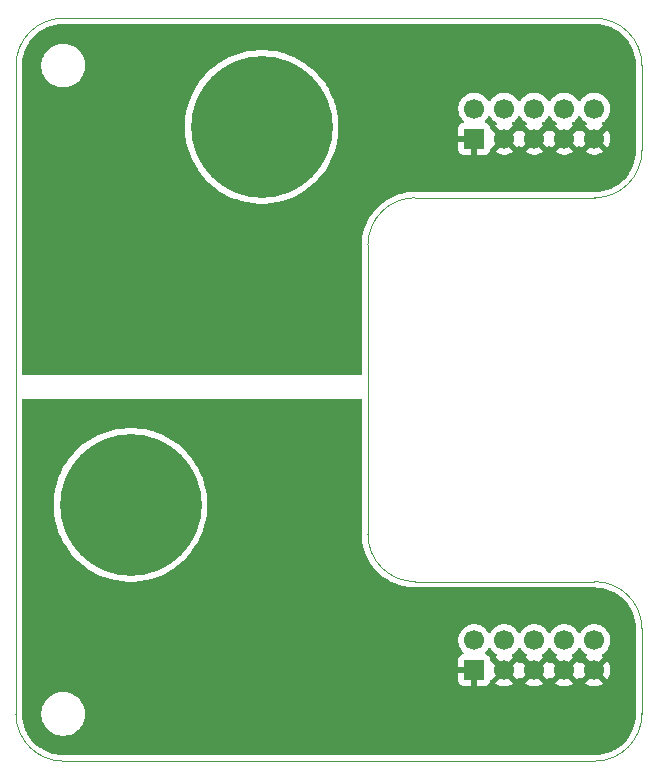
<source format=gbl>
G04 #@! TF.GenerationSoftware,KiCad,Pcbnew,9.0.3*
G04 #@! TF.CreationDate,2025-08-14T23:55:57-06:00*
G04 #@! TF.ProjectId,ProtoboardSourcePCB,50726f74-6f62-46f6-9172-64536f757263,rev?*
G04 #@! TF.SameCoordinates,Original*
G04 #@! TF.FileFunction,Copper,L2,Bot*
G04 #@! TF.FilePolarity,Positive*
%FSLAX46Y46*%
G04 Gerber Fmt 4.6, Leading zero omitted, Abs format (unit mm)*
G04 Created by KiCad (PCBNEW 9.0.3) date 2025-08-14 23:55:57*
%MOMM*%
%LPD*%
G01*
G04 APERTURE LIST*
G04 #@! TA.AperFunction,ComponentPad*
%ADD10C,12.000000*%
G04 #@! TD*
G04 #@! TA.AperFunction,ComponentPad*
%ADD11R,1.700000X1.700000*%
G04 #@! TD*
G04 #@! TA.AperFunction,ComponentPad*
%ADD12C,1.700000*%
G04 #@! TD*
G04 #@! TA.AperFunction,ViaPad*
%ADD13C,0.600000*%
G04 #@! TD*
G04 #@! TA.AperFunction,Profile*
%ADD14C,0.050000*%
G04 #@! TD*
G04 APERTURE END LIST*
D10*
X131000000Y-93500000D03*
X119900000Y-61000000D03*
D11*
X149000000Y-95000000D03*
D12*
X149000000Y-92460000D03*
X151540000Y-95000000D03*
X151540000Y-92460000D03*
X154080000Y-95000000D03*
X154080000Y-92460000D03*
X156620000Y-95000000D03*
X156620000Y-92460000D03*
X159160000Y-95000000D03*
X159160000Y-92460000D03*
D10*
X131000000Y-49000000D03*
D11*
X149000000Y-50000000D03*
D12*
X149000000Y-47460000D03*
X151540000Y-50000000D03*
X151540000Y-47460000D03*
X154080000Y-50000000D03*
X154080000Y-47460000D03*
X156620000Y-50000000D03*
X156620000Y-47460000D03*
X159160000Y-50000000D03*
X159160000Y-47460000D03*
D10*
X119900000Y-81000000D03*
D13*
X143000000Y-45337500D03*
X143000000Y-97400000D03*
G04 #@! TA.AperFunction,Conductor*
G36*
X150341444Y-93113999D02*
G01*
X150380486Y-93159056D01*
X150384951Y-93167820D01*
X150509890Y-93339786D01*
X150660213Y-93490109D01*
X150832179Y-93615048D01*
X150832181Y-93615049D01*
X150832184Y-93615051D01*
X150841493Y-93619794D01*
X150892290Y-93667766D01*
X150909087Y-93735587D01*
X150886552Y-93801722D01*
X150841505Y-93840760D01*
X150832446Y-93845376D01*
X150832440Y-93845380D01*
X150778282Y-93884727D01*
X150778282Y-93884728D01*
X151410591Y-94517037D01*
X151347007Y-94534075D01*
X151232993Y-94599901D01*
X151139901Y-94692993D01*
X151074075Y-94807007D01*
X151057037Y-94870591D01*
X150387642Y-94201196D01*
X150354157Y-94139873D01*
X150355077Y-94125166D01*
X150352501Y-94125444D01*
X150343596Y-94042619D01*
X150293354Y-93907913D01*
X150293350Y-93907906D01*
X150207190Y-93792812D01*
X150207187Y-93792809D01*
X150092093Y-93706649D01*
X150092088Y-93706646D01*
X149960528Y-93657577D01*
X149904595Y-93615705D01*
X149880178Y-93550241D01*
X149895030Y-93481968D01*
X149916175Y-93453720D01*
X150030104Y-93339792D01*
X150155051Y-93167816D01*
X150159514Y-93159054D01*
X150207488Y-93108259D01*
X150275308Y-93091463D01*
X150341444Y-93113999D01*
G37*
G04 #@! TD.AperFunction*
G04 #@! TA.AperFunction,Conductor*
G36*
X152881444Y-93113999D02*
G01*
X152920486Y-93159056D01*
X152924951Y-93167820D01*
X153049890Y-93339786D01*
X153200213Y-93490109D01*
X153372179Y-93615048D01*
X153372181Y-93615049D01*
X153372184Y-93615051D01*
X153381493Y-93619794D01*
X153432290Y-93667766D01*
X153449087Y-93735587D01*
X153426552Y-93801722D01*
X153381505Y-93840760D01*
X153372446Y-93845376D01*
X153372440Y-93845380D01*
X153318282Y-93884727D01*
X153318282Y-93884728D01*
X153950591Y-94517037D01*
X153887007Y-94534075D01*
X153772993Y-94599901D01*
X153679901Y-94692993D01*
X153614075Y-94807007D01*
X153597037Y-94870591D01*
X152964728Y-94238282D01*
X152964727Y-94238282D01*
X152925380Y-94292440D01*
X152920483Y-94302051D01*
X152872506Y-94352845D01*
X152804684Y-94369638D01*
X152738550Y-94347098D01*
X152699516Y-94302048D01*
X152694626Y-94292452D01*
X152655270Y-94238282D01*
X152655269Y-94238282D01*
X152022962Y-94870590D01*
X152005925Y-94807007D01*
X151940099Y-94692993D01*
X151847007Y-94599901D01*
X151732993Y-94534075D01*
X151669409Y-94517037D01*
X152301716Y-93884728D01*
X152247547Y-93845373D01*
X152247547Y-93845372D01*
X152238500Y-93840763D01*
X152187706Y-93792788D01*
X152170912Y-93724966D01*
X152193451Y-93658832D01*
X152238508Y-93619793D01*
X152247816Y-93615051D01*
X152337020Y-93550241D01*
X152419786Y-93490109D01*
X152419788Y-93490106D01*
X152419792Y-93490104D01*
X152570104Y-93339792D01*
X152570106Y-93339788D01*
X152570109Y-93339786D01*
X152695048Y-93167820D01*
X152695047Y-93167820D01*
X152695051Y-93167816D01*
X152699514Y-93159054D01*
X152747488Y-93108259D01*
X152815308Y-93091463D01*
X152881444Y-93113999D01*
G37*
G04 #@! TD.AperFunction*
G04 #@! TA.AperFunction,Conductor*
G36*
X155421444Y-93113999D02*
G01*
X155460486Y-93159056D01*
X155464951Y-93167820D01*
X155589890Y-93339786D01*
X155740213Y-93490109D01*
X155912179Y-93615048D01*
X155912181Y-93615049D01*
X155912184Y-93615051D01*
X155921493Y-93619794D01*
X155972290Y-93667766D01*
X155989087Y-93735587D01*
X155966552Y-93801722D01*
X155921505Y-93840760D01*
X155912446Y-93845376D01*
X155912440Y-93845380D01*
X155858282Y-93884727D01*
X155858282Y-93884728D01*
X156490591Y-94517037D01*
X156427007Y-94534075D01*
X156312993Y-94599901D01*
X156219901Y-94692993D01*
X156154075Y-94807007D01*
X156137037Y-94870591D01*
X155504728Y-94238282D01*
X155504727Y-94238282D01*
X155465380Y-94292440D01*
X155460483Y-94302051D01*
X155412506Y-94352845D01*
X155344684Y-94369638D01*
X155278550Y-94347098D01*
X155239516Y-94302048D01*
X155234626Y-94292452D01*
X155195270Y-94238282D01*
X155195269Y-94238282D01*
X154562962Y-94870590D01*
X154545925Y-94807007D01*
X154480099Y-94692993D01*
X154387007Y-94599901D01*
X154272993Y-94534075D01*
X154209409Y-94517037D01*
X154841716Y-93884728D01*
X154787547Y-93845373D01*
X154787547Y-93845372D01*
X154778500Y-93840763D01*
X154727706Y-93792788D01*
X154710912Y-93724966D01*
X154733451Y-93658832D01*
X154778508Y-93619793D01*
X154787816Y-93615051D01*
X154877020Y-93550241D01*
X154959786Y-93490109D01*
X154959788Y-93490106D01*
X154959792Y-93490104D01*
X155110104Y-93339792D01*
X155110106Y-93339788D01*
X155110109Y-93339786D01*
X155235048Y-93167820D01*
X155235047Y-93167820D01*
X155235051Y-93167816D01*
X155239514Y-93159054D01*
X155287488Y-93108259D01*
X155355308Y-93091463D01*
X155421444Y-93113999D01*
G37*
G04 #@! TD.AperFunction*
G04 #@! TA.AperFunction,Conductor*
G36*
X157961444Y-93113999D02*
G01*
X158000486Y-93159056D01*
X158004951Y-93167820D01*
X158129890Y-93339786D01*
X158280213Y-93490109D01*
X158452179Y-93615048D01*
X158452181Y-93615049D01*
X158452184Y-93615051D01*
X158461493Y-93619794D01*
X158512290Y-93667766D01*
X158529087Y-93735587D01*
X158506552Y-93801722D01*
X158461505Y-93840760D01*
X158452446Y-93845376D01*
X158452440Y-93845380D01*
X158398282Y-93884727D01*
X158398282Y-93884728D01*
X159030591Y-94517037D01*
X158967007Y-94534075D01*
X158852993Y-94599901D01*
X158759901Y-94692993D01*
X158694075Y-94807007D01*
X158677037Y-94870591D01*
X158044728Y-94238282D01*
X158044727Y-94238282D01*
X158005380Y-94292440D01*
X158000483Y-94302051D01*
X157952506Y-94352845D01*
X157884684Y-94369638D01*
X157818550Y-94347098D01*
X157779516Y-94302048D01*
X157774626Y-94292452D01*
X157735270Y-94238282D01*
X157735269Y-94238282D01*
X157102962Y-94870590D01*
X157085925Y-94807007D01*
X157020099Y-94692993D01*
X156927007Y-94599901D01*
X156812993Y-94534075D01*
X156749409Y-94517037D01*
X157381716Y-93884728D01*
X157327547Y-93845373D01*
X157327547Y-93845372D01*
X157318500Y-93840763D01*
X157267706Y-93792788D01*
X157250912Y-93724966D01*
X157273451Y-93658832D01*
X157318508Y-93619793D01*
X157327816Y-93615051D01*
X157417020Y-93550241D01*
X157499786Y-93490109D01*
X157499788Y-93490106D01*
X157499792Y-93490104D01*
X157650104Y-93339792D01*
X157650106Y-93339788D01*
X157650109Y-93339786D01*
X157775048Y-93167820D01*
X157775047Y-93167820D01*
X157775051Y-93167816D01*
X157779514Y-93159054D01*
X157827488Y-93108259D01*
X157895308Y-93091463D01*
X157961444Y-93113999D01*
G37*
G04 #@! TD.AperFunction*
G04 #@! TA.AperFunction,Conductor*
G36*
X139442539Y-72019685D02*
G01*
X139488294Y-72072489D01*
X139499500Y-72124000D01*
X139499500Y-83696500D01*
X139533751Y-84087995D01*
X139533751Y-84087999D01*
X139601991Y-84475005D01*
X139601993Y-84475015D01*
X139703707Y-84854616D01*
X139703708Y-84854618D01*
X139703708Y-84854619D01*
X139838124Y-85223921D01*
X140004195Y-85580062D01*
X140004207Y-85580086D01*
X140200695Y-85920412D01*
X140200704Y-85920427D01*
X140426115Y-86242347D01*
X140566069Y-86409137D01*
X140678722Y-86543391D01*
X140956609Y-86821278D01*
X140989424Y-86848813D01*
X141257652Y-87073884D01*
X141257658Y-87073888D01*
X141257659Y-87073889D01*
X141579579Y-87299300D01*
X141919920Y-87495796D01*
X141919934Y-87495802D01*
X141919937Y-87495804D01*
X142276078Y-87661875D01*
X142276083Y-87661876D01*
X142276092Y-87661881D01*
X142645384Y-87796293D01*
X143024985Y-87898007D01*
X143412007Y-87966249D01*
X143803502Y-88000499D01*
X143803503Y-88000500D01*
X143803504Y-88000500D01*
X143934108Y-88000500D01*
X159097894Y-88000500D01*
X159107490Y-88000500D01*
X159109239Y-88000956D01*
X159172604Y-88000504D01*
X159172973Y-88000505D01*
X159173040Y-88000524D01*
X159178141Y-88000613D01*
X159512186Y-88014645D01*
X159524290Y-88015751D01*
X159852309Y-88062028D01*
X159864232Y-88064312D01*
X160186148Y-88142520D01*
X160197800Y-88145965D01*
X160510480Y-88255344D01*
X160521739Y-88259913D01*
X160822213Y-88399422D01*
X160832964Y-88405071D01*
X161118300Y-88573350D01*
X161128465Y-88580038D01*
X161395937Y-88775479D01*
X161405376Y-88783114D01*
X161652396Y-89003822D01*
X161661062Y-89012365D01*
X161885259Y-89256223D01*
X161893042Y-89265571D01*
X162092259Y-89530232D01*
X162099088Y-89540295D01*
X162271404Y-89823209D01*
X162277216Y-89833900D01*
X162420965Y-90132324D01*
X162425702Y-90143533D01*
X162539511Y-90454624D01*
X162543126Y-90466243D01*
X162625898Y-90786996D01*
X162628356Y-90798914D01*
X162679287Y-91126215D01*
X162680566Y-91138317D01*
X162696968Y-91429896D01*
X162699304Y-91471413D01*
X162699500Y-91478377D01*
X162699500Y-98597897D01*
X162699499Y-98607489D01*
X162699044Y-98609239D01*
X162699494Y-98672465D01*
X162699494Y-98672975D01*
X162699474Y-98673042D01*
X162699385Y-98678169D01*
X162685354Y-99012178D01*
X162684247Y-99024296D01*
X162637973Y-99352295D01*
X162635684Y-99364247D01*
X162557481Y-99686139D01*
X162554031Y-99697809D01*
X162444658Y-100010472D01*
X162440082Y-100021747D01*
X162300582Y-100322202D01*
X162294922Y-100332974D01*
X162126649Y-100618300D01*
X162119960Y-100628466D01*
X161924529Y-100895926D01*
X161916876Y-100905387D01*
X161696177Y-101152396D01*
X161687634Y-101161062D01*
X161443776Y-101385259D01*
X161434425Y-101393045D01*
X161169774Y-101592255D01*
X161159704Y-101599088D01*
X160876790Y-101771404D01*
X160866099Y-101777216D01*
X160567675Y-101920965D01*
X160556466Y-101925702D01*
X160245375Y-102039511D01*
X160233756Y-102043126D01*
X159913003Y-102125898D01*
X159901085Y-102128356D01*
X159573784Y-102179287D01*
X159561682Y-102180566D01*
X159228585Y-102199303D01*
X159221621Y-102199499D01*
X114302098Y-102199499D01*
X114292505Y-102199498D01*
X114290761Y-102199044D01*
X114227533Y-102199494D01*
X114227025Y-102199494D01*
X114226958Y-102199474D01*
X114221829Y-102199385D01*
X113887821Y-102185354D01*
X113875703Y-102184247D01*
X113547704Y-102137973D01*
X113535752Y-102135684D01*
X113213860Y-102057481D01*
X113202190Y-102054031D01*
X112889527Y-101944658D01*
X112878252Y-101940082D01*
X112577797Y-101800582D01*
X112567025Y-101794922D01*
X112537002Y-101777216D01*
X112281699Y-101626649D01*
X112271533Y-101619960D01*
X112196390Y-101565053D01*
X112004064Y-101424522D01*
X111994621Y-101416883D01*
X111747600Y-101196174D01*
X111738937Y-101187634D01*
X111514735Y-100943770D01*
X111506954Y-100934425D01*
X111307736Y-100669763D01*
X111300918Y-100659715D01*
X111128595Y-100376790D01*
X111122783Y-100366099D01*
X111106827Y-100332974D01*
X110979030Y-100067667D01*
X110974297Y-100056466D01*
X110961595Y-100021747D01*
X110860488Y-99745375D01*
X110856873Y-99733756D01*
X110774101Y-99413003D01*
X110771643Y-99401085D01*
X110755307Y-99296104D01*
X110720710Y-99073765D01*
X110719434Y-99061700D01*
X110700696Y-98728585D01*
X110700500Y-98721621D01*
X110700500Y-98578711D01*
X112349500Y-98578711D01*
X112349500Y-98821288D01*
X112381161Y-99061785D01*
X112443947Y-99296104D01*
X112536773Y-99520205D01*
X112536776Y-99520212D01*
X112658064Y-99730289D01*
X112658066Y-99730292D01*
X112658067Y-99730293D01*
X112805733Y-99922736D01*
X112805739Y-99922743D01*
X112977256Y-100094260D01*
X112977262Y-100094265D01*
X113169711Y-100241936D01*
X113379788Y-100363224D01*
X113603900Y-100456054D01*
X113838211Y-100518838D01*
X114018586Y-100542584D01*
X114078711Y-100550500D01*
X114078712Y-100550500D01*
X114321289Y-100550500D01*
X114369388Y-100544167D01*
X114561789Y-100518838D01*
X114796100Y-100456054D01*
X115020212Y-100363224D01*
X115230289Y-100241936D01*
X115422738Y-100094265D01*
X115594265Y-99922738D01*
X115741936Y-99730289D01*
X115863224Y-99520212D01*
X115956054Y-99296100D01*
X116018838Y-99061789D01*
X116050500Y-98821288D01*
X116050500Y-98578712D01*
X116018838Y-98338211D01*
X115956054Y-98103900D01*
X115863224Y-97879788D01*
X115741936Y-97669711D01*
X115594265Y-97477262D01*
X115594260Y-97477256D01*
X115422743Y-97305739D01*
X115422736Y-97305733D01*
X115230293Y-97158067D01*
X115230292Y-97158066D01*
X115230289Y-97158064D01*
X115020212Y-97036776D01*
X115020205Y-97036773D01*
X114796104Y-96943947D01*
X114561785Y-96881161D01*
X114321289Y-96849500D01*
X114321288Y-96849500D01*
X114078712Y-96849500D01*
X114078711Y-96849500D01*
X113838214Y-96881161D01*
X113603895Y-96943947D01*
X113379794Y-97036773D01*
X113379785Y-97036777D01*
X113169706Y-97158067D01*
X112977263Y-97305733D01*
X112977256Y-97305739D01*
X112805739Y-97477256D01*
X112805733Y-97477263D01*
X112658067Y-97669706D01*
X112536777Y-97879785D01*
X112536773Y-97879794D01*
X112443947Y-98103895D01*
X112381161Y-98338214D01*
X112349500Y-98578711D01*
X110700500Y-98578711D01*
X110700500Y-92353713D01*
X147649500Y-92353713D01*
X147649500Y-92566286D01*
X147682753Y-92776239D01*
X147748444Y-92978414D01*
X147844951Y-93167820D01*
X147969890Y-93339786D01*
X148083818Y-93453714D01*
X148117303Y-93515037D01*
X148112319Y-93584729D01*
X148070447Y-93640662D01*
X148039471Y-93657577D01*
X147907912Y-93706646D01*
X147907906Y-93706649D01*
X147792812Y-93792809D01*
X147792809Y-93792812D01*
X147706649Y-93907906D01*
X147706645Y-93907913D01*
X147656403Y-94042620D01*
X147656401Y-94042627D01*
X147650000Y-94102155D01*
X147650000Y-94750000D01*
X148566988Y-94750000D01*
X148534075Y-94807007D01*
X148500000Y-94934174D01*
X148500000Y-95065826D01*
X148534075Y-95192993D01*
X148566988Y-95250000D01*
X147650000Y-95250000D01*
X147650000Y-95897844D01*
X147656401Y-95957372D01*
X147656403Y-95957379D01*
X147706645Y-96092086D01*
X147706649Y-96092093D01*
X147792809Y-96207187D01*
X147792812Y-96207190D01*
X147907906Y-96293350D01*
X147907913Y-96293354D01*
X148042620Y-96343596D01*
X148042627Y-96343598D01*
X148102155Y-96349999D01*
X148102172Y-96350000D01*
X148750000Y-96350000D01*
X148750000Y-95433012D01*
X148807007Y-95465925D01*
X148934174Y-95500000D01*
X149065826Y-95500000D01*
X149192993Y-95465925D01*
X149250000Y-95433012D01*
X149250000Y-96350000D01*
X149897828Y-96350000D01*
X149897844Y-96349999D01*
X149957372Y-96343598D01*
X149957379Y-96343596D01*
X150092086Y-96293354D01*
X150092093Y-96293350D01*
X150207187Y-96207190D01*
X150207190Y-96207187D01*
X150293350Y-96092093D01*
X150293354Y-96092086D01*
X150315529Y-96032632D01*
X150354319Y-95859390D01*
X150354682Y-95858734D01*
X150354642Y-95857984D01*
X150387642Y-95798802D01*
X151057037Y-95129408D01*
X151074075Y-95192993D01*
X151139901Y-95307007D01*
X151232993Y-95400099D01*
X151347007Y-95465925D01*
X151410590Y-95482962D01*
X150778282Y-96115269D01*
X150778282Y-96115270D01*
X150832449Y-96154624D01*
X151021782Y-96251095D01*
X151223870Y-96316757D01*
X151433754Y-96350000D01*
X151646246Y-96350000D01*
X151856127Y-96316757D01*
X151856130Y-96316757D01*
X152058217Y-96251095D01*
X152247554Y-96154622D01*
X152301716Y-96115270D01*
X152301717Y-96115270D01*
X151669408Y-95482962D01*
X151732993Y-95465925D01*
X151847007Y-95400099D01*
X151940099Y-95307007D01*
X152005925Y-95192993D01*
X152022962Y-95129408D01*
X152655270Y-95761717D01*
X152655270Y-95761716D01*
X152694622Y-95707554D01*
X152699514Y-95697954D01*
X152747488Y-95647157D01*
X152815308Y-95630361D01*
X152881444Y-95652897D01*
X152920486Y-95697954D01*
X152925375Y-95707550D01*
X152964728Y-95761716D01*
X153597037Y-95129408D01*
X153614075Y-95192993D01*
X153679901Y-95307007D01*
X153772993Y-95400099D01*
X153887007Y-95465925D01*
X153950590Y-95482962D01*
X153318282Y-96115269D01*
X153318282Y-96115270D01*
X153372449Y-96154624D01*
X153561782Y-96251095D01*
X153763870Y-96316757D01*
X153973754Y-96350000D01*
X154186246Y-96350000D01*
X154396127Y-96316757D01*
X154396130Y-96316757D01*
X154598217Y-96251095D01*
X154787554Y-96154622D01*
X154841716Y-96115270D01*
X154841717Y-96115270D01*
X154209408Y-95482962D01*
X154272993Y-95465925D01*
X154387007Y-95400099D01*
X154480099Y-95307007D01*
X154545925Y-95192993D01*
X154562962Y-95129409D01*
X155195270Y-95761717D01*
X155195270Y-95761716D01*
X155234622Y-95707554D01*
X155239514Y-95697954D01*
X155287488Y-95647157D01*
X155355308Y-95630361D01*
X155421444Y-95652897D01*
X155460486Y-95697954D01*
X155465375Y-95707550D01*
X155504728Y-95761716D01*
X156137037Y-95129408D01*
X156154075Y-95192993D01*
X156219901Y-95307007D01*
X156312993Y-95400099D01*
X156427007Y-95465925D01*
X156490590Y-95482962D01*
X155858282Y-96115269D01*
X155858282Y-96115270D01*
X155912449Y-96154624D01*
X156101782Y-96251095D01*
X156303870Y-96316757D01*
X156513754Y-96350000D01*
X156726246Y-96350000D01*
X156936127Y-96316757D01*
X156936130Y-96316757D01*
X157138217Y-96251095D01*
X157327554Y-96154622D01*
X157381716Y-96115270D01*
X157381717Y-96115270D01*
X156749408Y-95482962D01*
X156812993Y-95465925D01*
X156927007Y-95400099D01*
X157020099Y-95307007D01*
X157085925Y-95192993D01*
X157102962Y-95129408D01*
X157735270Y-95761717D01*
X157735270Y-95761716D01*
X157774622Y-95707554D01*
X157779514Y-95697954D01*
X157827488Y-95647157D01*
X157895308Y-95630361D01*
X157961444Y-95652897D01*
X158000486Y-95697954D01*
X158005375Y-95707550D01*
X158044728Y-95761716D01*
X158677037Y-95129408D01*
X158694075Y-95192993D01*
X158759901Y-95307007D01*
X158852993Y-95400099D01*
X158967007Y-95465925D01*
X159030590Y-95482962D01*
X158398282Y-96115269D01*
X158398282Y-96115270D01*
X158452449Y-96154624D01*
X158641782Y-96251095D01*
X158843870Y-96316757D01*
X159053754Y-96350000D01*
X159266246Y-96350000D01*
X159476127Y-96316757D01*
X159476130Y-96316757D01*
X159678217Y-96251095D01*
X159867554Y-96154622D01*
X159921716Y-96115270D01*
X159921717Y-96115270D01*
X159289408Y-95482962D01*
X159352993Y-95465925D01*
X159467007Y-95400099D01*
X159560099Y-95307007D01*
X159625925Y-95192993D01*
X159642962Y-95129408D01*
X160275270Y-95761717D01*
X160275270Y-95761716D01*
X160314622Y-95707554D01*
X160411095Y-95518217D01*
X160476757Y-95316130D01*
X160476757Y-95316127D01*
X160510000Y-95106246D01*
X160510000Y-94893753D01*
X160476757Y-94683872D01*
X160476757Y-94683869D01*
X160411095Y-94481782D01*
X160314624Y-94292449D01*
X160275270Y-94238282D01*
X160275269Y-94238282D01*
X159642962Y-94870590D01*
X159625925Y-94807007D01*
X159560099Y-94692993D01*
X159467007Y-94599901D01*
X159352993Y-94534075D01*
X159289409Y-94517037D01*
X159921716Y-93884728D01*
X159867547Y-93845373D01*
X159867547Y-93845372D01*
X159858500Y-93840763D01*
X159807706Y-93792788D01*
X159790912Y-93724966D01*
X159813451Y-93658832D01*
X159858508Y-93619793D01*
X159867816Y-93615051D01*
X159957020Y-93550241D01*
X160039786Y-93490109D01*
X160039788Y-93490106D01*
X160039792Y-93490104D01*
X160190104Y-93339792D01*
X160190106Y-93339788D01*
X160190109Y-93339786D01*
X160315048Y-93167820D01*
X160315047Y-93167820D01*
X160315051Y-93167816D01*
X160411557Y-92978412D01*
X160477246Y-92776243D01*
X160510500Y-92566287D01*
X160510500Y-92353713D01*
X160477246Y-92143757D01*
X160411557Y-91941588D01*
X160315051Y-91752184D01*
X160315049Y-91752181D01*
X160315048Y-91752179D01*
X160190109Y-91580213D01*
X160039786Y-91429890D01*
X159867820Y-91304951D01*
X159678414Y-91208444D01*
X159678413Y-91208443D01*
X159678412Y-91208443D01*
X159476243Y-91142754D01*
X159476241Y-91142753D01*
X159476240Y-91142753D01*
X159314957Y-91117208D01*
X159266287Y-91109500D01*
X159053713Y-91109500D01*
X159005042Y-91117208D01*
X158843760Y-91142753D01*
X158641585Y-91208444D01*
X158452179Y-91304951D01*
X158280213Y-91429890D01*
X158129890Y-91580213D01*
X158004949Y-91752182D01*
X158000484Y-91760946D01*
X157952509Y-91811742D01*
X157884688Y-91828536D01*
X157818553Y-91805998D01*
X157779516Y-91760946D01*
X157775050Y-91752182D01*
X157650109Y-91580213D01*
X157499786Y-91429890D01*
X157327820Y-91304951D01*
X157138414Y-91208444D01*
X157138413Y-91208443D01*
X157138412Y-91208443D01*
X156936243Y-91142754D01*
X156936241Y-91142753D01*
X156936240Y-91142753D01*
X156774957Y-91117208D01*
X156726287Y-91109500D01*
X156513713Y-91109500D01*
X156465042Y-91117208D01*
X156303760Y-91142753D01*
X156101585Y-91208444D01*
X155912179Y-91304951D01*
X155740213Y-91429890D01*
X155589890Y-91580213D01*
X155464949Y-91752182D01*
X155460484Y-91760946D01*
X155412509Y-91811742D01*
X155344688Y-91828536D01*
X155278553Y-91805998D01*
X155239516Y-91760946D01*
X155235050Y-91752182D01*
X155110109Y-91580213D01*
X154959786Y-91429890D01*
X154787820Y-91304951D01*
X154598414Y-91208444D01*
X154598413Y-91208443D01*
X154598412Y-91208443D01*
X154396243Y-91142754D01*
X154396241Y-91142753D01*
X154396240Y-91142753D01*
X154234957Y-91117208D01*
X154186287Y-91109500D01*
X153973713Y-91109500D01*
X153925042Y-91117208D01*
X153763760Y-91142753D01*
X153561585Y-91208444D01*
X153372179Y-91304951D01*
X153200213Y-91429890D01*
X153049890Y-91580213D01*
X152924949Y-91752182D01*
X152920484Y-91760946D01*
X152872509Y-91811742D01*
X152804688Y-91828536D01*
X152738553Y-91805998D01*
X152699516Y-91760946D01*
X152695050Y-91752182D01*
X152570109Y-91580213D01*
X152419786Y-91429890D01*
X152247820Y-91304951D01*
X152058414Y-91208444D01*
X152058413Y-91208443D01*
X152058412Y-91208443D01*
X151856243Y-91142754D01*
X151856241Y-91142753D01*
X151856240Y-91142753D01*
X151694957Y-91117208D01*
X151646287Y-91109500D01*
X151433713Y-91109500D01*
X151385042Y-91117208D01*
X151223760Y-91142753D01*
X151021585Y-91208444D01*
X150832179Y-91304951D01*
X150660213Y-91429890D01*
X150509890Y-91580213D01*
X150384949Y-91752182D01*
X150380484Y-91760946D01*
X150332509Y-91811742D01*
X150264688Y-91828536D01*
X150198553Y-91805998D01*
X150159516Y-91760946D01*
X150155050Y-91752182D01*
X150030109Y-91580213D01*
X149879786Y-91429890D01*
X149707820Y-91304951D01*
X149518414Y-91208444D01*
X149518413Y-91208443D01*
X149518412Y-91208443D01*
X149316243Y-91142754D01*
X149316241Y-91142753D01*
X149316240Y-91142753D01*
X149154957Y-91117208D01*
X149106287Y-91109500D01*
X148893713Y-91109500D01*
X148845042Y-91117208D01*
X148683760Y-91142753D01*
X148481585Y-91208444D01*
X148292179Y-91304951D01*
X148120213Y-91429890D01*
X147969890Y-91580213D01*
X147844951Y-91752179D01*
X147748444Y-91941585D01*
X147682753Y-92143760D01*
X147649500Y-92353713D01*
X110700500Y-92353713D01*
X110700500Y-80744595D01*
X113399500Y-80744595D01*
X113399500Y-81255405D01*
X113439577Y-81764641D01*
X113519486Y-82269163D01*
X113638732Y-82765860D01*
X113638736Y-82765871D01*
X113796578Y-83251664D01*
X113872149Y-83434108D01*
X113992060Y-83723598D01*
X114223963Y-84178733D01*
X114223968Y-84178741D01*
X114223970Y-84178745D01*
X114223973Y-84178752D01*
X114490855Y-84614261D01*
X114490862Y-84614272D01*
X114791102Y-85027518D01*
X114791112Y-85027532D01*
X114895414Y-85149653D01*
X115122853Y-85415949D01*
X115484051Y-85777147D01*
X115484057Y-85777152D01*
X115872467Y-86108887D01*
X115872474Y-86108892D01*
X116285729Y-86409139D01*
X116412417Y-86486773D01*
X116721247Y-86676026D01*
X116721253Y-86676028D01*
X116721267Y-86676037D01*
X117176402Y-86907940D01*
X117628191Y-87095077D01*
X117648335Y-87103421D01*
X117771859Y-87143556D01*
X118134140Y-87261268D01*
X118630837Y-87380514D01*
X119135359Y-87460423D01*
X119644595Y-87500500D01*
X119644603Y-87500500D01*
X120155397Y-87500500D01*
X120155405Y-87500500D01*
X120664641Y-87460423D01*
X121169163Y-87380514D01*
X121665860Y-87261268D01*
X122151670Y-87103419D01*
X122623598Y-86907940D01*
X123078733Y-86676037D01*
X123078748Y-86676027D01*
X123078752Y-86676026D01*
X123295188Y-86543393D01*
X123514271Y-86409139D01*
X123927526Y-86108892D01*
X124315949Y-85777147D01*
X124677147Y-85415949D01*
X125008892Y-85027526D01*
X125309139Y-84614271D01*
X125479108Y-84336905D01*
X125576026Y-84178752D01*
X125576027Y-84178748D01*
X125576037Y-84178733D01*
X125807940Y-83723598D01*
X126003419Y-83251670D01*
X126161268Y-82765860D01*
X126280514Y-82269163D01*
X126360423Y-81764641D01*
X126400500Y-81255405D01*
X126400500Y-80744595D01*
X126360423Y-80235359D01*
X126280514Y-79730837D01*
X126161268Y-79234140D01*
X126003419Y-78748330D01*
X125807940Y-78276402D01*
X125576037Y-77821267D01*
X125576028Y-77821253D01*
X125576026Y-77821247D01*
X125386773Y-77512417D01*
X125309139Y-77385729D01*
X125008892Y-76972474D01*
X125008887Y-76972467D01*
X124677152Y-76584057D01*
X124677147Y-76584051D01*
X124315949Y-76222853D01*
X124315942Y-76222847D01*
X123927532Y-75891112D01*
X123927518Y-75891102D01*
X123514272Y-75590862D01*
X123514271Y-75590861D01*
X123482786Y-75571567D01*
X123078752Y-75323973D01*
X123078745Y-75323970D01*
X123078741Y-75323968D01*
X123078733Y-75323963D01*
X122623598Y-75092060D01*
X122472398Y-75029431D01*
X122151664Y-74896578D01*
X121806007Y-74784268D01*
X121665860Y-74738732D01*
X121169163Y-74619486D01*
X120664641Y-74539577D01*
X120155410Y-74499500D01*
X120155405Y-74499500D01*
X119644595Y-74499500D01*
X119644589Y-74499500D01*
X119135358Y-74539577D01*
X119135357Y-74539577D01*
X118630842Y-74619485D01*
X118630839Y-74619485D01*
X118630837Y-74619486D01*
X118452958Y-74662190D01*
X118134151Y-74738729D01*
X118134145Y-74738730D01*
X118134140Y-74738732D01*
X118134128Y-74738736D01*
X117648335Y-74896578D01*
X117176404Y-75092059D01*
X117176402Y-75092060D01*
X116721267Y-75323963D01*
X116721263Y-75323965D01*
X116721254Y-75323970D01*
X116721247Y-75323973D01*
X116285738Y-75590855D01*
X116285727Y-75590862D01*
X115872481Y-75891102D01*
X115872467Y-75891112D01*
X115484057Y-76222847D01*
X115484043Y-76222860D01*
X115122860Y-76584043D01*
X115122847Y-76584057D01*
X114791112Y-76972467D01*
X114791102Y-76972481D01*
X114490862Y-77385727D01*
X114490855Y-77385738D01*
X114223973Y-77821247D01*
X114223970Y-77821254D01*
X113992059Y-78276404D01*
X113796578Y-78748335D01*
X113649530Y-79200904D01*
X113638732Y-79234140D01*
X113519486Y-79730837D01*
X113439577Y-80235359D01*
X113399500Y-80744595D01*
X110700500Y-80744595D01*
X110700500Y-72124000D01*
X110720185Y-72056961D01*
X110772989Y-72011206D01*
X110824500Y-72000000D01*
X139375500Y-72000000D01*
X139442539Y-72019685D01*
G37*
G04 #@! TD.AperFunction*
G04 #@! TA.AperFunction,Conductor*
G36*
X150341444Y-48113999D02*
G01*
X150380486Y-48159056D01*
X150384951Y-48167820D01*
X150509890Y-48339786D01*
X150660213Y-48490109D01*
X150832179Y-48615048D01*
X150832181Y-48615049D01*
X150832184Y-48615051D01*
X150841493Y-48619794D01*
X150892290Y-48667766D01*
X150909087Y-48735587D01*
X150886552Y-48801722D01*
X150841505Y-48840760D01*
X150832446Y-48845376D01*
X150832440Y-48845380D01*
X150778282Y-48884727D01*
X150778282Y-48884728D01*
X151410591Y-49517037D01*
X151347007Y-49534075D01*
X151232993Y-49599901D01*
X151139901Y-49692993D01*
X151074075Y-49807007D01*
X151057037Y-49870591D01*
X150387642Y-49201196D01*
X150354157Y-49139873D01*
X150355077Y-49125166D01*
X150352501Y-49125444D01*
X150343596Y-49042619D01*
X150293354Y-48907913D01*
X150293350Y-48907906D01*
X150207190Y-48792812D01*
X150207187Y-48792809D01*
X150092093Y-48706649D01*
X150092088Y-48706646D01*
X149960528Y-48657577D01*
X149904595Y-48615705D01*
X149880178Y-48550241D01*
X149895030Y-48481968D01*
X149916175Y-48453720D01*
X150030104Y-48339792D01*
X150155051Y-48167816D01*
X150159514Y-48159054D01*
X150207488Y-48108259D01*
X150275308Y-48091463D01*
X150341444Y-48113999D01*
G37*
G04 #@! TD.AperFunction*
G04 #@! TA.AperFunction,Conductor*
G36*
X152881444Y-48113999D02*
G01*
X152920486Y-48159056D01*
X152924951Y-48167820D01*
X153049890Y-48339786D01*
X153200213Y-48490109D01*
X153372179Y-48615048D01*
X153372181Y-48615049D01*
X153372184Y-48615051D01*
X153381493Y-48619794D01*
X153432290Y-48667766D01*
X153449087Y-48735587D01*
X153426552Y-48801722D01*
X153381505Y-48840760D01*
X153372446Y-48845376D01*
X153372440Y-48845380D01*
X153318282Y-48884727D01*
X153318282Y-48884728D01*
X153950591Y-49517037D01*
X153887007Y-49534075D01*
X153772993Y-49599901D01*
X153679901Y-49692993D01*
X153614075Y-49807007D01*
X153597037Y-49870591D01*
X152964728Y-49238282D01*
X152964727Y-49238282D01*
X152925380Y-49292440D01*
X152920483Y-49302051D01*
X152872506Y-49352845D01*
X152804684Y-49369638D01*
X152738550Y-49347098D01*
X152699516Y-49302048D01*
X152694626Y-49292452D01*
X152655270Y-49238282D01*
X152655269Y-49238282D01*
X152022962Y-49870590D01*
X152005925Y-49807007D01*
X151940099Y-49692993D01*
X151847007Y-49599901D01*
X151732993Y-49534075D01*
X151669409Y-49517037D01*
X152301716Y-48884728D01*
X152247547Y-48845373D01*
X152247547Y-48845372D01*
X152238500Y-48840763D01*
X152187706Y-48792788D01*
X152170912Y-48724966D01*
X152193451Y-48658832D01*
X152238508Y-48619793D01*
X152247816Y-48615051D01*
X152337020Y-48550241D01*
X152419786Y-48490109D01*
X152419788Y-48490106D01*
X152419792Y-48490104D01*
X152570104Y-48339792D01*
X152570106Y-48339788D01*
X152570109Y-48339786D01*
X152695048Y-48167820D01*
X152695047Y-48167820D01*
X152695051Y-48167816D01*
X152699514Y-48159054D01*
X152747488Y-48108259D01*
X152815308Y-48091463D01*
X152881444Y-48113999D01*
G37*
G04 #@! TD.AperFunction*
G04 #@! TA.AperFunction,Conductor*
G36*
X155421444Y-48113999D02*
G01*
X155460486Y-48159056D01*
X155464951Y-48167820D01*
X155589890Y-48339786D01*
X155740213Y-48490109D01*
X155912179Y-48615048D01*
X155912181Y-48615049D01*
X155912184Y-48615051D01*
X155921493Y-48619794D01*
X155972290Y-48667766D01*
X155989087Y-48735587D01*
X155966552Y-48801722D01*
X155921505Y-48840760D01*
X155912446Y-48845376D01*
X155912440Y-48845380D01*
X155858282Y-48884727D01*
X155858282Y-48884728D01*
X156490591Y-49517037D01*
X156427007Y-49534075D01*
X156312993Y-49599901D01*
X156219901Y-49692993D01*
X156154075Y-49807007D01*
X156137037Y-49870591D01*
X155504728Y-49238282D01*
X155504727Y-49238282D01*
X155465380Y-49292440D01*
X155460483Y-49302051D01*
X155412506Y-49352845D01*
X155344684Y-49369638D01*
X155278550Y-49347098D01*
X155239516Y-49302048D01*
X155234626Y-49292452D01*
X155195270Y-49238282D01*
X155195269Y-49238282D01*
X154562962Y-49870590D01*
X154545925Y-49807007D01*
X154480099Y-49692993D01*
X154387007Y-49599901D01*
X154272993Y-49534075D01*
X154209409Y-49517037D01*
X154841716Y-48884728D01*
X154787547Y-48845373D01*
X154787547Y-48845372D01*
X154778500Y-48840763D01*
X154727706Y-48792788D01*
X154710912Y-48724966D01*
X154733451Y-48658832D01*
X154778508Y-48619793D01*
X154787816Y-48615051D01*
X154877020Y-48550241D01*
X154959786Y-48490109D01*
X154959788Y-48490106D01*
X154959792Y-48490104D01*
X155110104Y-48339792D01*
X155110106Y-48339788D01*
X155110109Y-48339786D01*
X155235048Y-48167820D01*
X155235047Y-48167820D01*
X155235051Y-48167816D01*
X155239514Y-48159054D01*
X155287488Y-48108259D01*
X155355308Y-48091463D01*
X155421444Y-48113999D01*
G37*
G04 #@! TD.AperFunction*
G04 #@! TA.AperFunction,Conductor*
G36*
X157961444Y-48113999D02*
G01*
X158000486Y-48159056D01*
X158004951Y-48167820D01*
X158129890Y-48339786D01*
X158280213Y-48490109D01*
X158452179Y-48615048D01*
X158452181Y-48615049D01*
X158452184Y-48615051D01*
X158461493Y-48619794D01*
X158512290Y-48667766D01*
X158529087Y-48735587D01*
X158506552Y-48801722D01*
X158461505Y-48840760D01*
X158452446Y-48845376D01*
X158452440Y-48845380D01*
X158398282Y-48884727D01*
X158398282Y-48884728D01*
X159030591Y-49517037D01*
X158967007Y-49534075D01*
X158852993Y-49599901D01*
X158759901Y-49692993D01*
X158694075Y-49807007D01*
X158677037Y-49870591D01*
X158044728Y-49238282D01*
X158044727Y-49238282D01*
X158005380Y-49292440D01*
X158000483Y-49302051D01*
X157952506Y-49352845D01*
X157884684Y-49369638D01*
X157818550Y-49347098D01*
X157779516Y-49302048D01*
X157774626Y-49292452D01*
X157735270Y-49238282D01*
X157735269Y-49238282D01*
X157102962Y-49870590D01*
X157085925Y-49807007D01*
X157020099Y-49692993D01*
X156927007Y-49599901D01*
X156812993Y-49534075D01*
X156749409Y-49517037D01*
X157381716Y-48884728D01*
X157327547Y-48845373D01*
X157327547Y-48845372D01*
X157318500Y-48840763D01*
X157267706Y-48792788D01*
X157250912Y-48724966D01*
X157273451Y-48658832D01*
X157318508Y-48619793D01*
X157327816Y-48615051D01*
X157417020Y-48550241D01*
X157499786Y-48490109D01*
X157499788Y-48490106D01*
X157499792Y-48490104D01*
X157650104Y-48339792D01*
X157650106Y-48339788D01*
X157650109Y-48339786D01*
X157775048Y-48167820D01*
X157775047Y-48167820D01*
X157775051Y-48167816D01*
X157779514Y-48159054D01*
X157827488Y-48108259D01*
X157895308Y-48091463D01*
X157961444Y-48113999D01*
G37*
G04 #@! TD.AperFunction*
G04 #@! TA.AperFunction,Conductor*
G36*
X159203032Y-40300648D02*
G01*
X159536929Y-40317052D01*
X159549037Y-40318245D01*
X159652146Y-40333539D01*
X159876699Y-40366849D01*
X159888617Y-40369219D01*
X160209951Y-40449709D01*
X160221588Y-40453240D01*
X160292806Y-40478722D01*
X160533467Y-40564832D01*
X160544688Y-40569479D01*
X160844163Y-40711120D01*
X160854871Y-40716844D01*
X161138988Y-40887137D01*
X161149106Y-40893897D01*
X161415170Y-41091224D01*
X161424576Y-41098944D01*
X161670013Y-41321395D01*
X161678604Y-41329986D01*
X161865755Y-41536475D01*
X161901055Y-41575423D01*
X161908775Y-41584829D01*
X162106102Y-41850893D01*
X162112862Y-41861011D01*
X162278149Y-42136777D01*
X162283148Y-42145116D01*
X162288883Y-42155844D01*
X162337229Y-42258064D01*
X162430514Y-42455297D01*
X162435170Y-42466540D01*
X162546759Y-42778411D01*
X162550292Y-42790055D01*
X162630777Y-43111369D01*
X162633151Y-43123305D01*
X162681754Y-43450962D01*
X162682947Y-43463071D01*
X162699351Y-43796966D01*
X162699500Y-43803051D01*
X162699500Y-50996948D01*
X162699351Y-51003033D01*
X162682947Y-51336928D01*
X162681754Y-51349037D01*
X162633151Y-51676694D01*
X162630777Y-51688630D01*
X162550292Y-52009944D01*
X162546759Y-52021588D01*
X162435170Y-52333459D01*
X162430514Y-52344702D01*
X162288885Y-52644151D01*
X162283148Y-52654883D01*
X162112862Y-52938988D01*
X162106102Y-52949106D01*
X161908775Y-53215170D01*
X161901055Y-53224576D01*
X161678611Y-53470006D01*
X161670006Y-53478611D01*
X161424576Y-53701055D01*
X161415170Y-53708775D01*
X161149106Y-53906102D01*
X161138988Y-53912862D01*
X160854883Y-54083148D01*
X160844151Y-54088885D01*
X160544702Y-54230514D01*
X160533459Y-54235170D01*
X160221588Y-54346759D01*
X160209944Y-54350292D01*
X159888630Y-54430777D01*
X159876694Y-54433151D01*
X159549037Y-54481754D01*
X159536928Y-54482947D01*
X159221989Y-54498419D01*
X159203031Y-54499351D01*
X159196949Y-54499500D01*
X143803499Y-54499500D01*
X143412004Y-54533751D01*
X143412000Y-54533751D01*
X143024994Y-54601991D01*
X143024983Y-54601993D01*
X142821555Y-54656502D01*
X142645384Y-54703707D01*
X142645381Y-54703708D01*
X142645380Y-54703708D01*
X142276078Y-54838124D01*
X141919937Y-55004195D01*
X141919913Y-55004207D01*
X141579587Y-55200695D01*
X141579572Y-55200704D01*
X141257652Y-55426115D01*
X140956606Y-55678724D01*
X140678724Y-55956606D01*
X140426115Y-56257652D01*
X140200704Y-56579572D01*
X140200695Y-56579587D01*
X140004207Y-56919913D01*
X140004195Y-56919937D01*
X139838124Y-57276078D01*
X139703708Y-57645380D01*
X139703708Y-57645382D01*
X139601993Y-58024983D01*
X139601991Y-58024994D01*
X139533751Y-58412000D01*
X139533751Y-58412004D01*
X139499500Y-58803499D01*
X139499500Y-69876000D01*
X139479815Y-69943039D01*
X139427011Y-69988794D01*
X139375500Y-70000000D01*
X110824500Y-70000000D01*
X110757461Y-69980315D01*
X110711706Y-69927511D01*
X110700500Y-69876000D01*
X110700500Y-48744589D01*
X124499500Y-48744589D01*
X124499500Y-49255410D01*
X124539577Y-49764641D01*
X124539577Y-49764642D01*
X124576854Y-49999999D01*
X124619486Y-50269163D01*
X124738732Y-50765860D01*
X124768665Y-50857984D01*
X124896578Y-51251664D01*
X125029431Y-51572398D01*
X125092060Y-51723598D01*
X125323963Y-52178733D01*
X125323968Y-52178741D01*
X125323970Y-52178745D01*
X125323973Y-52178752D01*
X125571567Y-52582786D01*
X125590861Y-52614271D01*
X125670517Y-52723908D01*
X125891102Y-53027518D01*
X125891112Y-53027532D01*
X126222847Y-53415942D01*
X126222853Y-53415949D01*
X126584051Y-53777147D01*
X126584057Y-53777152D01*
X126972467Y-54108887D01*
X126972474Y-54108892D01*
X127385729Y-54409139D01*
X127504226Y-54481754D01*
X127821247Y-54676026D01*
X127821253Y-54676028D01*
X127821267Y-54676037D01*
X128276402Y-54907940D01*
X128748330Y-55103419D01*
X128748335Y-55103421D01*
X128871859Y-55143556D01*
X129234140Y-55261268D01*
X129730837Y-55380514D01*
X130235359Y-55460423D01*
X130744595Y-55500500D01*
X130744603Y-55500500D01*
X131255397Y-55500500D01*
X131255405Y-55500500D01*
X131764641Y-55460423D01*
X132269163Y-55380514D01*
X132765860Y-55261268D01*
X133251670Y-55103419D01*
X133723598Y-54907940D01*
X134178733Y-54676037D01*
X134178748Y-54676027D01*
X134178752Y-54676026D01*
X134345423Y-54573889D01*
X134614271Y-54409139D01*
X135027526Y-54108892D01*
X135415949Y-53777147D01*
X135777147Y-53415949D01*
X136108892Y-53027526D01*
X136409139Y-52614271D01*
X136581221Y-52333459D01*
X136676026Y-52178752D01*
X136676027Y-52178748D01*
X136676037Y-52178733D01*
X136907940Y-51723598D01*
X137103419Y-51251670D01*
X137261268Y-50765860D01*
X137380514Y-50269163D01*
X137460423Y-49764641D01*
X137500500Y-49255405D01*
X137500500Y-48744595D01*
X137460423Y-48235359D01*
X137380514Y-47730837D01*
X137289975Y-47353713D01*
X147649500Y-47353713D01*
X147649500Y-47566286D01*
X147682753Y-47776239D01*
X147748444Y-47978414D01*
X147844951Y-48167820D01*
X147969890Y-48339786D01*
X148083818Y-48453714D01*
X148117303Y-48515037D01*
X148112319Y-48584729D01*
X148070447Y-48640662D01*
X148039471Y-48657577D01*
X147907912Y-48706646D01*
X147907906Y-48706649D01*
X147792812Y-48792809D01*
X147792809Y-48792812D01*
X147706649Y-48907906D01*
X147706645Y-48907913D01*
X147656403Y-49042620D01*
X147656401Y-49042627D01*
X147650000Y-49102155D01*
X147650000Y-49750000D01*
X148566988Y-49750000D01*
X148534075Y-49807007D01*
X148500000Y-49934174D01*
X148500000Y-50065826D01*
X148534075Y-50192993D01*
X148566988Y-50250000D01*
X147650000Y-50250000D01*
X147650000Y-50897844D01*
X147656401Y-50957372D01*
X147656403Y-50957379D01*
X147706645Y-51092086D01*
X147706649Y-51092093D01*
X147792809Y-51207187D01*
X147792812Y-51207190D01*
X147907906Y-51293350D01*
X147907913Y-51293354D01*
X148042620Y-51343596D01*
X148042627Y-51343598D01*
X148102155Y-51349999D01*
X148102172Y-51350000D01*
X148750000Y-51350000D01*
X148750000Y-50433012D01*
X148807007Y-50465925D01*
X148934174Y-50500000D01*
X149065826Y-50500000D01*
X149192993Y-50465925D01*
X149250000Y-50433012D01*
X149250000Y-51350000D01*
X149897828Y-51350000D01*
X149897844Y-51349999D01*
X149957372Y-51343598D01*
X149957379Y-51343596D01*
X150092086Y-51293354D01*
X150092093Y-51293350D01*
X150207187Y-51207190D01*
X150207190Y-51207187D01*
X150293350Y-51092093D01*
X150293354Y-51092086D01*
X150315529Y-51032632D01*
X150354319Y-50859390D01*
X150354682Y-50858734D01*
X150354642Y-50857984D01*
X150387642Y-50798802D01*
X151057037Y-50129408D01*
X151074075Y-50192993D01*
X151139901Y-50307007D01*
X151232993Y-50400099D01*
X151347007Y-50465925D01*
X151410590Y-50482962D01*
X150778282Y-51115269D01*
X150778282Y-51115270D01*
X150832449Y-51154624D01*
X151021782Y-51251095D01*
X151223870Y-51316757D01*
X151433754Y-51350000D01*
X151646246Y-51350000D01*
X151856127Y-51316757D01*
X151856130Y-51316757D01*
X152058217Y-51251095D01*
X152247554Y-51154622D01*
X152301716Y-51115270D01*
X152301717Y-51115270D01*
X151669408Y-50482962D01*
X151732993Y-50465925D01*
X151847007Y-50400099D01*
X151940099Y-50307007D01*
X152005925Y-50192993D01*
X152022962Y-50129408D01*
X152655270Y-50761717D01*
X152655270Y-50761716D01*
X152694622Y-50707554D01*
X152699514Y-50697954D01*
X152747488Y-50647157D01*
X152815308Y-50630361D01*
X152881444Y-50652897D01*
X152920486Y-50697954D01*
X152925375Y-50707550D01*
X152964728Y-50761716D01*
X153597037Y-50129408D01*
X153614075Y-50192993D01*
X153679901Y-50307007D01*
X153772993Y-50400099D01*
X153887007Y-50465925D01*
X153950590Y-50482962D01*
X153318282Y-51115269D01*
X153318282Y-51115270D01*
X153372449Y-51154624D01*
X153561782Y-51251095D01*
X153763870Y-51316757D01*
X153973754Y-51350000D01*
X154186246Y-51350000D01*
X154396127Y-51316757D01*
X154396130Y-51316757D01*
X154598217Y-51251095D01*
X154787554Y-51154622D01*
X154841716Y-51115270D01*
X154841717Y-51115270D01*
X154209408Y-50482962D01*
X154272993Y-50465925D01*
X154387007Y-50400099D01*
X154480099Y-50307007D01*
X154545925Y-50192993D01*
X154562962Y-50129409D01*
X155195270Y-50761717D01*
X155195270Y-50761716D01*
X155234622Y-50707554D01*
X155239514Y-50697954D01*
X155287488Y-50647157D01*
X155355308Y-50630361D01*
X155421444Y-50652897D01*
X155460486Y-50697954D01*
X155465375Y-50707550D01*
X155504728Y-50761716D01*
X156137036Y-50129407D01*
X156154075Y-50192993D01*
X156219901Y-50307007D01*
X156312993Y-50400099D01*
X156427007Y-50465925D01*
X156490590Y-50482962D01*
X155858282Y-51115269D01*
X155858282Y-51115270D01*
X155912449Y-51154624D01*
X156101782Y-51251095D01*
X156303870Y-51316757D01*
X156513754Y-51350000D01*
X156726246Y-51350000D01*
X156936127Y-51316757D01*
X156936130Y-51316757D01*
X157138217Y-51251095D01*
X157327554Y-51154622D01*
X157381716Y-51115270D01*
X157381717Y-51115270D01*
X156749408Y-50482962D01*
X156812993Y-50465925D01*
X156927007Y-50400099D01*
X157020099Y-50307007D01*
X157085925Y-50192993D01*
X157102962Y-50129408D01*
X157735270Y-50761717D01*
X157735270Y-50761716D01*
X157774622Y-50707554D01*
X157779514Y-50697954D01*
X157827488Y-50647157D01*
X157895308Y-50630361D01*
X157961444Y-50652897D01*
X158000486Y-50697954D01*
X158005375Y-50707550D01*
X158044728Y-50761716D01*
X158677037Y-50129408D01*
X158694075Y-50192993D01*
X158759901Y-50307007D01*
X158852993Y-50400099D01*
X158967007Y-50465925D01*
X159030590Y-50482962D01*
X158398282Y-51115269D01*
X158398282Y-51115270D01*
X158452449Y-51154624D01*
X158641782Y-51251095D01*
X158843870Y-51316757D01*
X159053754Y-51350000D01*
X159266246Y-51350000D01*
X159476127Y-51316757D01*
X159476130Y-51316757D01*
X159678217Y-51251095D01*
X159867554Y-51154622D01*
X159921716Y-51115270D01*
X159921717Y-51115270D01*
X159289408Y-50482962D01*
X159352993Y-50465925D01*
X159467007Y-50400099D01*
X159560099Y-50307007D01*
X159625925Y-50192993D01*
X159642962Y-50129408D01*
X160275270Y-50761717D01*
X160275270Y-50761716D01*
X160314622Y-50707554D01*
X160411095Y-50518217D01*
X160476757Y-50316130D01*
X160476757Y-50316127D01*
X160510000Y-50106246D01*
X160510000Y-49893753D01*
X160476757Y-49683872D01*
X160476757Y-49683869D01*
X160411095Y-49481782D01*
X160314624Y-49292449D01*
X160275270Y-49238282D01*
X160275269Y-49238282D01*
X159642962Y-49870590D01*
X159625925Y-49807007D01*
X159560099Y-49692993D01*
X159467007Y-49599901D01*
X159352993Y-49534075D01*
X159289409Y-49517037D01*
X159921716Y-48884728D01*
X159867547Y-48845373D01*
X159867547Y-48845372D01*
X159858500Y-48840763D01*
X159807706Y-48792788D01*
X159790912Y-48724966D01*
X159813451Y-48658832D01*
X159858508Y-48619793D01*
X159867816Y-48615051D01*
X159957020Y-48550241D01*
X160039786Y-48490109D01*
X160039788Y-48490106D01*
X160039792Y-48490104D01*
X160190104Y-48339792D01*
X160190106Y-48339788D01*
X160190109Y-48339786D01*
X160315048Y-48167820D01*
X160315047Y-48167820D01*
X160315051Y-48167816D01*
X160411557Y-47978412D01*
X160477246Y-47776243D01*
X160510500Y-47566287D01*
X160510500Y-47353713D01*
X160477246Y-47143757D01*
X160411557Y-46941588D01*
X160315051Y-46752184D01*
X160315049Y-46752181D01*
X160315048Y-46752179D01*
X160190109Y-46580213D01*
X160039786Y-46429890D01*
X159867820Y-46304951D01*
X159678414Y-46208444D01*
X159678413Y-46208443D01*
X159678412Y-46208443D01*
X159476243Y-46142754D01*
X159476241Y-46142753D01*
X159476240Y-46142753D01*
X159314957Y-46117208D01*
X159266287Y-46109500D01*
X159053713Y-46109500D01*
X159005042Y-46117208D01*
X158843760Y-46142753D01*
X158641585Y-46208444D01*
X158452179Y-46304951D01*
X158280213Y-46429890D01*
X158129890Y-46580213D01*
X158004949Y-46752182D01*
X158000484Y-46760946D01*
X157952509Y-46811742D01*
X157884688Y-46828536D01*
X157818553Y-46805998D01*
X157779516Y-46760946D01*
X157775050Y-46752182D01*
X157650109Y-46580213D01*
X157499786Y-46429890D01*
X157327820Y-46304951D01*
X157138414Y-46208444D01*
X157138413Y-46208443D01*
X157138412Y-46208443D01*
X156936243Y-46142754D01*
X156936241Y-46142753D01*
X156936240Y-46142753D01*
X156774957Y-46117208D01*
X156726287Y-46109500D01*
X156513713Y-46109500D01*
X156465042Y-46117208D01*
X156303760Y-46142753D01*
X156101585Y-46208444D01*
X155912179Y-46304951D01*
X155740213Y-46429890D01*
X155589890Y-46580213D01*
X155464949Y-46752182D01*
X155460484Y-46760946D01*
X155412509Y-46811742D01*
X155344688Y-46828536D01*
X155278553Y-46805998D01*
X155239516Y-46760946D01*
X155235050Y-46752182D01*
X155110109Y-46580213D01*
X154959786Y-46429890D01*
X154787820Y-46304951D01*
X154598414Y-46208444D01*
X154598413Y-46208443D01*
X154598412Y-46208443D01*
X154396243Y-46142754D01*
X154396241Y-46142753D01*
X154396240Y-46142753D01*
X154234957Y-46117208D01*
X154186287Y-46109500D01*
X153973713Y-46109500D01*
X153925042Y-46117208D01*
X153763760Y-46142753D01*
X153561585Y-46208444D01*
X153372179Y-46304951D01*
X153200213Y-46429890D01*
X153049890Y-46580213D01*
X152924949Y-46752182D01*
X152920484Y-46760946D01*
X152872509Y-46811742D01*
X152804688Y-46828536D01*
X152738553Y-46805998D01*
X152699516Y-46760946D01*
X152695050Y-46752182D01*
X152570109Y-46580213D01*
X152419786Y-46429890D01*
X152247820Y-46304951D01*
X152058414Y-46208444D01*
X152058413Y-46208443D01*
X152058412Y-46208443D01*
X151856243Y-46142754D01*
X151856241Y-46142753D01*
X151856240Y-46142753D01*
X151694957Y-46117208D01*
X151646287Y-46109500D01*
X151433713Y-46109500D01*
X151385042Y-46117208D01*
X151223760Y-46142753D01*
X151021585Y-46208444D01*
X150832179Y-46304951D01*
X150660213Y-46429890D01*
X150509890Y-46580213D01*
X150384949Y-46752182D01*
X150380484Y-46760946D01*
X150332509Y-46811742D01*
X150264688Y-46828536D01*
X150198553Y-46805998D01*
X150159516Y-46760946D01*
X150155050Y-46752182D01*
X150030109Y-46580213D01*
X149879786Y-46429890D01*
X149707820Y-46304951D01*
X149518414Y-46208444D01*
X149518413Y-46208443D01*
X149518412Y-46208443D01*
X149316243Y-46142754D01*
X149316241Y-46142753D01*
X149316240Y-46142753D01*
X149154957Y-46117208D01*
X149106287Y-46109500D01*
X148893713Y-46109500D01*
X148845042Y-46117208D01*
X148683760Y-46142753D01*
X148481585Y-46208444D01*
X148292179Y-46304951D01*
X148120213Y-46429890D01*
X147969890Y-46580213D01*
X147844951Y-46752179D01*
X147748444Y-46941585D01*
X147682753Y-47143760D01*
X147649500Y-47353713D01*
X137289975Y-47353713D01*
X137261268Y-47234140D01*
X137143556Y-46871859D01*
X137103421Y-46748335D01*
X137103419Y-46748330D01*
X136907940Y-46276402D01*
X136676037Y-45821267D01*
X136676028Y-45821253D01*
X136676026Y-45821247D01*
X136456627Y-45463222D01*
X136409139Y-45385729D01*
X136108892Y-44972474D01*
X136108887Y-44972467D01*
X135777152Y-44584057D01*
X135777147Y-44584051D01*
X135415949Y-44222853D01*
X135415942Y-44222847D01*
X135027532Y-43891112D01*
X135027518Y-43891102D01*
X134811434Y-43734108D01*
X134614271Y-43590861D01*
X134582786Y-43571567D01*
X134178752Y-43323973D01*
X134178745Y-43323970D01*
X134178741Y-43323968D01*
X134178733Y-43323963D01*
X133723598Y-43092060D01*
X133452564Y-42979794D01*
X133251664Y-42896578D01*
X132905639Y-42784149D01*
X132765860Y-42738732D01*
X132269163Y-42619486D01*
X132002579Y-42577263D01*
X131764641Y-42539577D01*
X131255410Y-42499500D01*
X131255405Y-42499500D01*
X130744595Y-42499500D01*
X130744589Y-42499500D01*
X130235358Y-42539577D01*
X130235357Y-42539577D01*
X129730842Y-42619485D01*
X129730839Y-42619485D01*
X129730837Y-42619486D01*
X129552958Y-42662190D01*
X129234151Y-42738729D01*
X129234145Y-42738730D01*
X129234140Y-42738732D01*
X129234128Y-42738736D01*
X128748335Y-42896578D01*
X128276404Y-43092059D01*
X128276402Y-43092060D01*
X127821267Y-43323963D01*
X127821263Y-43323965D01*
X127821254Y-43323970D01*
X127821247Y-43323973D01*
X127385738Y-43590855D01*
X127385727Y-43590862D01*
X126972481Y-43891102D01*
X126972467Y-43891112D01*
X126584057Y-44222847D01*
X126584043Y-44222860D01*
X126222860Y-44584043D01*
X126222847Y-44584057D01*
X125891112Y-44972467D01*
X125891102Y-44972481D01*
X125590862Y-45385727D01*
X125590855Y-45385738D01*
X125323973Y-45821247D01*
X125323970Y-45821254D01*
X125092059Y-46276404D01*
X124896578Y-46748335D01*
X124738736Y-47234128D01*
X124738729Y-47234151D01*
X124619485Y-47730842D01*
X124539577Y-48235357D01*
X124539577Y-48235358D01*
X124499500Y-48744589D01*
X110700500Y-48744589D01*
X110700500Y-43803051D01*
X110700649Y-43796966D01*
X110706459Y-43678711D01*
X112349500Y-43678711D01*
X112349500Y-43921288D01*
X112381161Y-44161785D01*
X112443947Y-44396104D01*
X112521800Y-44584057D01*
X112536776Y-44620212D01*
X112658064Y-44830289D01*
X112658066Y-44830292D01*
X112658067Y-44830293D01*
X112805733Y-45022736D01*
X112805739Y-45022743D01*
X112977256Y-45194260D01*
X112977262Y-45194265D01*
X113169711Y-45341936D01*
X113379788Y-45463224D01*
X113603900Y-45556054D01*
X113838211Y-45618838D01*
X114018586Y-45642584D01*
X114078711Y-45650500D01*
X114078712Y-45650500D01*
X114321289Y-45650500D01*
X114369388Y-45644167D01*
X114561789Y-45618838D01*
X114796100Y-45556054D01*
X115020212Y-45463224D01*
X115230289Y-45341936D01*
X115422738Y-45194265D01*
X115594265Y-45022738D01*
X115741936Y-44830289D01*
X115863224Y-44620212D01*
X115956054Y-44396100D01*
X116018838Y-44161789D01*
X116050500Y-43921288D01*
X116050500Y-43678712D01*
X116049164Y-43668567D01*
X116040599Y-43603504D01*
X116018838Y-43438211D01*
X115956054Y-43203900D01*
X115863224Y-42979788D01*
X115741936Y-42769711D01*
X115594265Y-42577262D01*
X115594260Y-42577256D01*
X115422743Y-42405739D01*
X115422736Y-42405733D01*
X115230293Y-42258067D01*
X115230292Y-42258066D01*
X115230289Y-42258064D01*
X115020212Y-42136776D01*
X115020205Y-42136773D01*
X114796104Y-42043947D01*
X114561785Y-41981161D01*
X114321289Y-41949500D01*
X114321288Y-41949500D01*
X114078712Y-41949500D01*
X114078711Y-41949500D01*
X113838214Y-41981161D01*
X113603895Y-42043947D01*
X113379794Y-42136773D01*
X113379785Y-42136777D01*
X113169706Y-42258067D01*
X112977263Y-42405733D01*
X112977256Y-42405739D01*
X112805739Y-42577256D01*
X112805733Y-42577263D01*
X112658067Y-42769706D01*
X112536777Y-42979785D01*
X112536773Y-42979794D01*
X112443947Y-43203895D01*
X112381161Y-43438214D01*
X112349500Y-43678711D01*
X110706459Y-43678711D01*
X110706957Y-43668568D01*
X110706957Y-43668567D01*
X110717052Y-43463072D01*
X110718245Y-43450962D01*
X110737082Y-43323973D01*
X110766849Y-43123296D01*
X110769218Y-43111385D01*
X110849710Y-42790043D01*
X110853240Y-42778411D01*
X110867436Y-42738736D01*
X110964835Y-42466525D01*
X110969476Y-42455318D01*
X111111124Y-42155828D01*
X111116840Y-42145136D01*
X111287145Y-41860998D01*
X111293888Y-41850905D01*
X111491232Y-41584818D01*
X111498935Y-41575433D01*
X111721405Y-41329975D01*
X111729975Y-41321405D01*
X111975433Y-41098935D01*
X111984818Y-41091232D01*
X112250905Y-40893888D01*
X112260998Y-40887145D01*
X112545136Y-40716840D01*
X112555828Y-40711124D01*
X112855318Y-40569476D01*
X112866525Y-40564835D01*
X113178412Y-40453239D01*
X113190043Y-40449710D01*
X113511385Y-40369218D01*
X113523296Y-40366849D01*
X113850962Y-40318244D01*
X113863068Y-40317052D01*
X114196967Y-40300648D01*
X114203051Y-40300500D01*
X114265892Y-40300500D01*
X159134108Y-40300500D01*
X159196949Y-40300500D01*
X159203032Y-40300648D01*
G37*
G04 #@! TD.AperFunction*
D14*
X159200000Y-39800000D02*
G75*
G02*
X163200000Y-43800000I0J-4000000D01*
G01*
X144000000Y-87500000D02*
G75*
G02*
X140000000Y-83500000I0J4000000D01*
G01*
X144000000Y-87500000D02*
X159171573Y-87500000D01*
X163200000Y-51000000D02*
G75*
G02*
X159200000Y-55000000I-4000000J0D01*
G01*
X159171573Y-87500000D02*
G75*
G02*
X163200000Y-91471573I28427J-4000000D01*
G01*
X163200000Y-98671573D02*
G75*
G02*
X159228427Y-102700000I-4000000J-28427D01*
G01*
X110200000Y-43800000D02*
G75*
G02*
X114200000Y-39800000I4000000J0D01*
G01*
X163200000Y-91471575D02*
X163200000Y-98671573D01*
X114228427Y-102699999D02*
X159228427Y-102700000D01*
X144000000Y-55000000D02*
X159200000Y-55000000D01*
X140000000Y-59000000D02*
X140000000Y-83500000D01*
X110200000Y-43800000D02*
X110200000Y-98728427D01*
X114228427Y-102700000D02*
G75*
G02*
X110200000Y-98728427I-28427J4000000D01*
G01*
X163200000Y-43800000D02*
X163200000Y-51000000D01*
X140000000Y-59000000D02*
G75*
G02*
X144000000Y-55000000I4000000J0D01*
G01*
X114200000Y-39800000D02*
X159200000Y-39800000D01*
M02*

</source>
